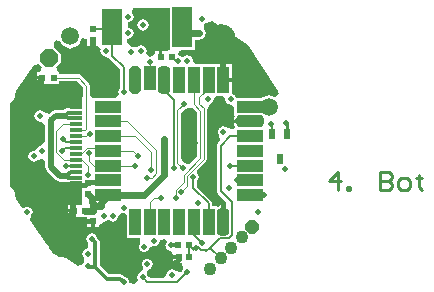
<source format=gbl>
G04 Layer_Physical_Order=4*
G04 Layer_Color=16711680*
%FSLAX24Y24*%
%MOIN*%
G70*
G01*
G75*
%ADD11R,0.0228X0.0244*%
%ADD12R,0.0244X0.0244*%
%ADD13R,0.0244X0.0244*%
%ADD17R,0.0244X0.0228*%
%ADD19R,0.0217X0.0335*%
%ADD27C,0.0049*%
%ADD28C,0.0079*%
%ADD29C,0.0059*%
%ADD30C,0.0157*%
%ADD31C,0.0098*%
%ADD32C,0.0118*%
%ADD33C,0.0197*%
%ADD34C,0.0100*%
%ADD35O,0.0866X0.0433*%
%ADD36O,0.0591X0.0315*%
%ADD37O,0.0630X0.0315*%
G04:AMPARAMS|DCode=38|XSize=59.1mil|YSize=59.1mil|CornerRadius=0mil|HoleSize=0mil|Usage=FLASHONLY|Rotation=45.000|XOffset=0mil|YOffset=0mil|HoleType=Round|Shape=Octagon|*
%AMOCTAGOND38*
4,1,8,0.0313,0.0104,0.0104,0.0313,-0.0104,0.0313,-0.0313,0.0104,-0.0313,-0.0104,-0.0104,-0.0313,0.0104,-0.0313,0.0313,-0.0104,0.0313,0.0104,0.0*
%
%ADD38OCTAGOND38*%

%ADD39C,0.0591*%
%ADD40C,0.0433*%
G04:AMPARAMS|DCode=41|XSize=43.3mil|YSize=43.3mil|CornerRadius=0mil|HoleSize=0mil|Usage=FLASHONLY|Rotation=225.000|XOffset=0mil|YOffset=0mil|HoleType=Round|Shape=Octagon|*
%AMOCTAGOND41*
4,1,8,-0.0230,-0.0077,-0.0077,-0.0230,0.0077,-0.0230,0.0230,-0.0077,0.0230,0.0077,0.0077,0.0230,-0.0077,0.0230,-0.0230,0.0077,-0.0230,-0.0077,0.0*
%
%ADD41OCTAGOND41*%

%ADD42C,0.0984*%
%ADD44C,0.0197*%
%ADD45C,0.0236*%
%ADD49R,0.0669X0.1220*%
%ADD50R,0.0669X0.1378*%
%ADD51R,0.0394X0.0118*%
%ADD52R,0.0906X0.0394*%
G04:AMPARAMS|DCode=53|XSize=90.6mil|YSize=39.4mil|CornerRadius=0mil|HoleSize=0mil|Usage=FLASHONLY|Rotation=270.000|XOffset=0mil|YOffset=0mil|HoleType=Round|Shape=Octagon|*
%AMOCTAGOND53*
4,1,8,-0.0098,-0.0453,0.0098,-0.0453,0.0197,-0.0354,0.0197,0.0354,0.0098,0.0453,-0.0098,0.0453,-0.0197,0.0354,-0.0197,-0.0354,-0.0098,-0.0453,0.0*
%
%ADD53OCTAGOND53*%

%ADD54R,0.0394X0.0787*%
G04:AMPARAMS|DCode=55|XSize=90.6mil|YSize=39.4mil|CornerRadius=9.8mil|HoleSize=0mil|Usage=FLASHONLY|Rotation=270.000|XOffset=0mil|YOffset=0mil|HoleType=Round|Shape=RoundedRectangle|*
%AMROUNDEDRECTD55*
21,1,0.0906,0.0197,0,0,270.0*
21,1,0.0709,0.0394,0,0,270.0*
1,1,0.0197,-0.0098,-0.0354*
1,1,0.0197,-0.0098,0.0354*
1,1,0.0197,0.0098,0.0354*
1,1,0.0197,0.0098,-0.0354*
%
%ADD55ROUNDEDRECTD55*%
%ADD56R,0.0394X0.0906*%
G04:AMPARAMS|DCode=57|XSize=90.6mil|YSize=39.4mil|CornerRadius=9.8mil|HoleSize=0mil|Usage=FLASHONLY|Rotation=180.000|XOffset=0mil|YOffset=0mil|HoleType=Round|Shape=RoundedRectangle|*
%AMROUNDEDRECTD57*
21,1,0.0906,0.0197,0,0,180.0*
21,1,0.0709,0.0394,0,0,180.0*
1,1,0.0197,-0.0354,0.0098*
1,1,0.0197,0.0354,0.0098*
1,1,0.0197,0.0354,-0.0098*
1,1,0.0197,-0.0354,-0.0098*
%
%ADD57ROUNDEDRECTD57*%
%ADD58C,0.0315*%
%ADD59C,0.1181*%
G36*
X-3507Y2586D02*
X-3565Y2448D01*
X-3688D01*
Y2306D01*
X-3495D01*
Y2247D01*
X-3436D01*
Y2046D01*
X-2932D01*
Y2135D01*
X-2339D01*
X-2139Y1936D01*
Y1614D01*
X-2165D01*
Y1220D01*
X-2685D01*
X-2763Y1188D01*
Y1188D01*
X-2775Y1176D01*
X-3051D01*
X-3187Y1120D01*
X-3256Y1051D01*
X-3442Y1088D01*
X-3447Y1100D01*
X-3583Y1156D01*
X-3593Y1152D01*
X-3718Y1100D01*
X-3770Y974D01*
X-3774Y965D01*
X-3718Y829D01*
X-3583Y773D01*
X-3558Y783D01*
X-3400Y678D01*
Y126D01*
X-3495Y-5D01*
X-3631Y-61D01*
X-3635Y-72D01*
X-3780Y-182D01*
X-3905Y-234D01*
X-3915Y-238D01*
X-3971Y-374D01*
X-3967Y-384D01*
X-3915Y-510D01*
X-3789Y-562D01*
X-3780Y-566D01*
X-3644Y-510D01*
X-3494Y-461D01*
X-3400Y-515D01*
Y-728D01*
X-3344Y-864D01*
X-3049Y-1159D01*
X-2913Y-1215D01*
X-2697D01*
X-2695Y-1220D01*
X-2165D01*
Y-1890D01*
X-2178Y-1902D01*
X-2188Y-1979D01*
X-2195Y-1984D01*
X-2260D01*
X-2283Y-2008D01*
X-2382D01*
Y-2185D01*
Y-2386D01*
X-2116D01*
X-2087Y-2398D01*
X-2012D01*
Y-2480D01*
X-1811D01*
Y-2539D01*
X-1752D01*
Y-2740D01*
X-1610D01*
Y-2661D01*
X-1457Y-2554D01*
X-1321Y-2498D01*
X-1289Y-2498D01*
X-1153Y-2554D01*
X-1017Y-2498D01*
X-961Y-2362D01*
X-833Y-2259D01*
X-787Y-2278D01*
X-689Y-2344D01*
Y-3091D01*
X-258D01*
X-227Y-3248D01*
X-232Y-3250D01*
X-288Y-3386D01*
X-232Y-3521D01*
X-97Y-3578D01*
X39Y-3521D01*
X91Y-3397D01*
X236Y-3381D01*
X241Y-3379D01*
X372Y-3325D01*
X428Y-3189D01*
X440Y-3171D01*
X511Y-3177D01*
X607Y-3343D01*
X605Y-3346D01*
X662Y-3482D01*
X797Y-3538D01*
X842Y-3681D01*
X1043D01*
Y-3740D01*
X1102D01*
Y-3941D01*
X1156D01*
X1191Y-4097D01*
X1142Y-4216D01*
X1097Y-4229D01*
X962Y-4195D01*
X827Y-4139D01*
X691Y-4195D01*
X635Y-4331D01*
X563Y-4439D01*
X180D01*
X34Y-4409D01*
X-5Y-4314D01*
X-3Y-4242D01*
X55Y-4145D01*
X126Y-4116D01*
X136Y-4112D01*
X192Y-3976D01*
X188Y-3966D01*
X136Y-3841D01*
X10Y-3789D01*
X0Y-3785D01*
X-135Y-3841D01*
X-191Y-3976D01*
X-187Y-3986D01*
X-152Y-4072D01*
X-155Y-4144D01*
X-212Y-4240D01*
X-293Y-4274D01*
X-349Y-4409D01*
X-310Y-4504D01*
X-396Y-4648D01*
X-571Y-4613D01*
X-596Y-4567D01*
X-652Y-4431D01*
X-755Y-4389D01*
X-800Y-4343D01*
X-906Y-4300D01*
X-906Y-4300D01*
X-1277D01*
X-1583Y-3993D01*
Y-3236D01*
X-1627Y-3131D01*
X-1627Y-3131D01*
X-1672Y-3085D01*
X-1715Y-2983D01*
X-1850Y-2926D01*
X-1986Y-2983D01*
X-2042Y-3118D01*
X-1986Y-3254D01*
X-1979Y-3427D01*
X-1984Y-3430D01*
X-2120Y-3486D01*
X-2176Y-3622D01*
X-2120Y-3758D01*
Y-3910D01*
X-2139Y-3957D01*
X-2322Y-4024D01*
X-3342Y-3342D01*
X-3913Y-2488D01*
X-3880Y-2380D01*
X-3828Y-2254D01*
X-3824Y-2244D01*
X-3880Y-2109D01*
X-3890Y-2104D01*
X-4006Y-2056D01*
X-4016Y-2052D01*
X-4151Y-2109D01*
X-4166Y-2110D01*
X-4367Y-1809D01*
X-4428Y-1501D01*
X-4437Y-1504D01*
X-4565Y-1412D01*
Y1412D01*
X-4437Y1504D01*
X-4428Y1501D01*
X-4367Y1809D01*
X-3782Y2684D01*
X-3602Y2698D01*
X-3507Y2586D01*
D02*
G37*
G36*
X3342Y3342D02*
X4367Y1809D01*
X4385Y1718D01*
X4247Y1605D01*
X4055Y1684D01*
X3769Y1566D01*
X3764Y1555D01*
X2959D01*
X2911Y1672D01*
X2815Y1711D01*
Y2106D01*
X2539D01*
Y2165D01*
X2480D01*
Y2697D01*
X1610D01*
X1530Y2816D01*
X1478Y2941D01*
X1474Y2951D01*
X1339Y3007D01*
X1329Y3003D01*
X1203Y2951D01*
X1200Y2944D01*
X1171Y2931D01*
X1035Y2987D01*
X1042Y3147D01*
X1153Y3169D01*
X1575D01*
Y3515D01*
X1732D01*
X1883Y3578D01*
X1945Y3728D01*
X1883Y3879D01*
X1882Y3880D01*
X1882Y4050D01*
X1947Y4077D01*
X1949Y4084D01*
X2144Y4143D01*
X3342Y3342D01*
D02*
G37*
G36*
X1660Y1095D02*
Y-389D01*
X1404Y-645D01*
X1317Y-628D01*
X1181Y-572D01*
X1118Y-428D01*
Y1037D01*
X1209Y1167D01*
X1344Y1223D01*
X1520Y1235D01*
X1660Y1095D01*
D02*
G37*
G36*
X2584Y1536D02*
X2640Y1400D01*
X2776Y1344D01*
X2894Y1265D01*
Y1004D01*
X2894D01*
X2915Y972D01*
X2879Y886D01*
Y847D01*
X3425D01*
Y728D01*
X2879D01*
Y689D01*
X2915Y603D01*
X2894Y571D01*
Y571D01*
X2868Y545D01*
X2695Y560D01*
X2675Y569D01*
Y569D01*
X2539Y625D01*
X2529Y621D01*
X2414Y573D01*
X2404Y569D01*
X2348Y433D01*
X2352Y423D01*
X2404Y297D01*
X2433Y153D01*
X2351Y71D01*
X2313Y-20D01*
Y-1529D01*
X2351Y-1619D01*
X2587Y-1855D01*
X2522Y-2013D01*
X2441D01*
X2355Y-2049D01*
X2323Y-2028D01*
Y-2028D01*
X2164D01*
Y-1944D01*
X2130Y-1861D01*
X1653Y-1384D01*
Y-1204D01*
X1671Y-1196D01*
X1727Y-1061D01*
X1723Y-1051D01*
X1671Y-925D01*
X1656Y-849D01*
X1969Y-536D01*
X2002Y-457D01*
Y1194D01*
X2011Y1234D01*
X2105Y1369D01*
X2171Y1396D01*
X2227Y1531D01*
X2296Y1634D01*
X2518D01*
X2584Y1536D01*
D02*
G37*
G36*
X748Y3169D02*
X603Y3140D01*
X504D01*
Y2939D01*
X386D01*
Y3140D01*
X252D01*
Y3046D01*
X94Y2941D01*
X85Y2945D01*
X79Y2948D01*
X-32Y3072D01*
X-5Y3138D01*
X-61Y3273D01*
X-197Y3330D01*
X-268Y3300D01*
X-340Y3274D01*
X-500Y3281D01*
X-551Y3302D01*
X-668Y3414D01*
X-668Y3523D01*
X-648Y3537D01*
X-512Y3593D01*
X-456Y3728D01*
X-512Y3864D01*
X-628Y3912D01*
X-648Y3970D01*
Y4038D01*
X-628Y4096D01*
X-512Y4144D01*
X-456Y4280D01*
X-512Y4415D01*
X-462Y4565D01*
X748D01*
Y3169D01*
D02*
G37*
G36*
X-2026Y3522D02*
Y3314D01*
X-1884D01*
Y3507D01*
X-1766D01*
Y3314D01*
X-1664D01*
X-1549Y3188D01*
X-1566Y3148D01*
X-1570Y3138D01*
X-1514Y3002D01*
X-1504Y2998D01*
X-1378Y2946D01*
X-1244Y2878D01*
X-905Y2538D01*
Y1913D01*
X-918Y1907D01*
X-974Y1772D01*
X-950Y1713D01*
X-1043Y1555D01*
X-1831D01*
X-1916Y1677D01*
Y1982D01*
X-1948Y2061D01*
X-1948Y2061D01*
X-2213Y2326D01*
X-2292Y2359D01*
X-2932D01*
Y2448D01*
X-2982D01*
X-3047Y2605D01*
X-2871Y2781D01*
X-2871Y3046D01*
X-3102Y3277D01*
X-3105Y3448D01*
X-3055Y3487D01*
X-2891Y3442D01*
X-2847Y3334D01*
X-2561Y3216D01*
X-2274Y3334D01*
X-2184Y3553D01*
X-2026Y3522D01*
D02*
G37*
%LPC*%
G36*
X-2500Y-2244D02*
X-2642D01*
Y-2386D01*
X-2500D01*
Y-2244D01*
D02*
G37*
G36*
X984Y-3799D02*
X843D01*
Y-3941D01*
X984D01*
Y-3799D01*
D02*
G37*
G36*
X-1870Y-2598D02*
X-2012D01*
Y-2740D01*
X-1870D01*
Y-2598D01*
D02*
G37*
G36*
X-2500Y-2008D02*
X-2642D01*
Y-2126D01*
X-2500D01*
Y-2008D01*
D02*
G37*
G36*
X-3554Y2188D02*
X-3688D01*
Y2046D01*
X-3554D01*
Y2188D01*
D02*
G37*
G36*
X2815Y2697D02*
X2598D01*
Y2224D01*
X2815D01*
Y2697D01*
D02*
G37*
G36*
X-136Y4196D02*
X-271Y4140D01*
X-328Y4004D01*
X-271Y3869D01*
X-136Y3813D01*
X-0Y3869D01*
X56Y4004D01*
X-0Y4140D01*
X-136Y4196D01*
D02*
G37*
%LPD*%
D11*
X-3125Y2247D02*
D03*
X-3495D02*
D03*
X445Y2939D02*
D03*
X815D02*
D03*
X1024Y-3346D02*
D03*
X1394D02*
D03*
D12*
X-1969Y-1280D02*
D03*
Y-1634D02*
D03*
X-1811Y-2539D02*
D03*
Y-2185D02*
D03*
D13*
X-2087D02*
D03*
X-2441D02*
D03*
X1398Y-3740D02*
D03*
X1043D02*
D03*
D17*
X-1825Y3877D02*
D03*
Y3507D02*
D03*
D19*
X4411Y-453D02*
D03*
X4667Y374D02*
D03*
X4155D02*
D03*
D27*
X290Y-943D02*
Y-172D01*
X151Y-1083D02*
X290Y-943D01*
X-20Y-1083D02*
X151D01*
X79Y2224D02*
X79Y2225D01*
Y2756D01*
X1006Y-589D02*
Y1156D01*
X1209Y1358D01*
X1006Y-589D02*
X1181Y-764D01*
X1732Y1378D02*
X1890Y1220D01*
Y-457D02*
Y1220D01*
X1327Y-1020D02*
X1890Y-457D01*
X1555Y1358D02*
X1772Y1142D01*
Y-436D02*
Y1142D01*
X1209Y-999D02*
X1772Y-436D01*
X79Y-2559D02*
Y-1911D01*
X240Y-1750D02*
X472D01*
X79Y-1911D02*
X240Y-1750D01*
X1209Y-1220D02*
Y-999D01*
X1555Y1358D02*
Y2165D01*
X1732Y1378D02*
Y1589D01*
X1327Y-1353D02*
Y-1020D01*
X1732Y1589D02*
X2047Y1904D01*
Y2165D01*
X-2292Y2247D02*
X-2028Y1982D01*
X-2087Y492D02*
X-2028Y551D01*
Y1982D01*
X-2783Y-492D02*
X-2362D01*
X-3031Y-244D02*
Y457D01*
Y-244D02*
X-2783Y-492D01*
X-1945Y-292D02*
X-1929Y-276D01*
X-1945Y-515D02*
Y-292D01*
Y-515D02*
X-1772Y-689D01*
X-1299D01*
X-1927Y395D02*
X-1915Y384D01*
X-1929Y395D02*
X-1927D01*
X-2029Y295D02*
X-1929Y395D01*
X-2362Y295D02*
X-2029D01*
X-2362Y492D02*
X-2087D01*
X-2002Y-98D02*
X-1398D01*
X-2199Y-295D02*
X-2002Y-98D01*
X-2362Y-295D02*
X-2199D01*
X-1398Y-98D02*
X-1299Y-197D01*
X-1972Y-1009D02*
Y-709D01*
X-2189Y-492D02*
X-1972Y-709D01*
X-2362Y-492D02*
X-2189D01*
X-3125Y2247D02*
X-2292D01*
X79Y-2691D02*
Y-2559D01*
X-1299Y787D02*
X-669D01*
X-394Y295D02*
X118Y-217D01*
X-1299Y295D02*
X-394D01*
X-1299Y-689D02*
X-394D01*
X-472Y-197D02*
X-315Y-354D01*
X-1299Y-197D02*
X-472D01*
X118Y-827D02*
Y-217D01*
X-669Y787D02*
X290Y-172D01*
X1125Y-1555D02*
X1327Y-1353D01*
X945Y-1484D02*
X1209Y-1220D01*
X945Y-1750D02*
Y-1484D01*
X79Y2165D02*
X179Y2065D01*
Y1948D02*
Y2065D01*
X-3031Y457D02*
X-2800Y689D01*
X-2362D01*
D28*
X1406Y-3346D02*
X1549Y-3490D01*
X1398Y-3354D02*
X1406Y-3346D01*
X1692Y-3386D02*
X1800Y-3494D01*
X1921D02*
X1970Y-3543D01*
X1800Y-3494D02*
X1921D01*
X4136Y689D02*
X4155Y669D01*
Y374D02*
Y669D01*
X2087Y-3427D02*
X2413Y-3100D01*
X1970Y-3543D02*
X2087Y-3427D01*
X2090D01*
X2442Y-3779D01*
X2825Y-2991D02*
Y-1913D01*
X2715Y-3100D02*
X2825Y-2991D01*
X2413Y-3100D02*
X2715D01*
X959Y2795D02*
X1035D01*
X815Y2939D02*
X959Y2795D01*
X2441Y-1529D02*
X2825Y-1913D01*
X3425Y-1673D02*
X3878D01*
X2756Y295D02*
X3425D01*
X2441Y-20D02*
X2756Y295D01*
X2441Y-1529D02*
Y-20D01*
X-2708Y-689D02*
X-2362D01*
X1398Y-3740D02*
Y-3354D01*
X-157Y-4409D02*
X0Y-4567D01*
X992D01*
X1327Y-4232D01*
X-2698Y98D02*
X-2362D01*
X-2816Y217D02*
X-2698Y98D01*
X-2835Y-197D02*
X-2736Y-98D01*
X-2362D01*
D29*
X903Y-771D02*
Y1491D01*
X571Y1823D02*
X903Y1491D01*
X571Y1823D02*
Y2165D01*
X1555Y-2996D02*
X1839Y-3280D01*
Y-3268D01*
X1555Y-2996D02*
Y-2559D01*
X-787Y1772D02*
Y2587D01*
X2992Y-1181D02*
X2992Y-1181D01*
X3425D01*
X2047Y-2559D02*
Y-1944D01*
X-1161Y2961D02*
X-787Y2587D01*
X-1161Y2961D02*
Y3937D01*
X-1221Y3877D02*
X-1161Y3937D01*
X-1825Y3877D02*
X-1221D01*
X2744Y-711D02*
X2766Y-689D01*
X3425D01*
X1535Y-1432D02*
X2047Y-1944D01*
X1535Y-1432D02*
Y-1061D01*
D30*
X2205Y-1605D02*
X2539Y-1940D01*
X2205Y-1605D02*
Y-236D01*
X2539Y-2559D02*
Y-1940D01*
X-3701Y1780D02*
Y2041D01*
X-3495Y2247D01*
X-2756Y-3150D02*
X-2146Y-2539D01*
X-1811D01*
X-2520Y-2245D02*
Y-1780D01*
X-2756Y-3150D02*
Y-2481D01*
X-2520Y-2245D01*
X-1362Y-1244D02*
X-1299Y-1181D01*
X-2520Y-1780D02*
X-2327D01*
X-1990Y-1244D02*
X-1362D01*
X-2069Y-1323D02*
X-1990Y-1244D01*
X-2211Y-1323D02*
X-2069D01*
X-2247Y-1360D02*
X-2211Y-1323D01*
X-2254Y-1360D02*
X-2247D01*
X1043Y-3799D02*
Y-3740D01*
X866Y-3976D02*
X1043Y-3799D01*
D31*
X4628Y735D02*
X4667Y695D01*
Y374D02*
Y695D01*
D32*
X-2697Y-1024D02*
X-2638Y-1083D01*
X-2362D01*
X-2697Y-1024D02*
X-2559Y-886D01*
X-2362D01*
X-2756Y984D02*
X-2658Y886D01*
X-2362D01*
X-2756Y984D02*
X-2658Y1083D01*
X-2362D01*
X797Y-3346D02*
X1035D01*
X-1850Y-3118D02*
X-1732Y-3236D01*
X-906Y-4449D02*
X-787Y-4567D01*
X-1732Y-4055D02*
Y-3236D01*
Y-4055D02*
X-1339Y-4449D01*
X-906D01*
X-1974Y-4055D02*
X-1732D01*
X-1984Y-4045D02*
X-1974Y-4055D01*
D33*
X-1825Y2939D02*
Y3507D01*
Y2939D02*
X-1024Y2138D01*
X-2795Y-1024D02*
X-2697D01*
X-2913D02*
X-2795D01*
X-3209Y-728D02*
X-2913Y-1024D01*
X-3209Y-39D02*
Y827D01*
Y-728D02*
Y-39D01*
X-3051Y984D02*
X-2756D01*
X-3209Y827D02*
X-3051Y984D01*
X2982Y787D02*
X3425D01*
X2539Y2165D02*
Y3445D01*
X2441Y3543D02*
X2539Y3445D01*
D34*
X6363Y-1486D02*
Y-886D01*
X6063Y-1186D01*
X6463D01*
X6663Y-1486D02*
Y-1386D01*
X6763D01*
Y-1486D01*
X6663D01*
X7762Y-886D02*
Y-1486D01*
X8062D01*
X8162Y-1386D01*
Y-1286D01*
X8062Y-1186D01*
X7762D01*
X8062D01*
X8162Y-1086D01*
Y-986D01*
X8062Y-886D01*
X7762D01*
X8462Y-1486D02*
X8662D01*
X8762Y-1386D01*
Y-1186D01*
X8662Y-1086D01*
X8462D01*
X8362Y-1186D01*
Y-1386D01*
X8462Y-1486D01*
X9062Y-986D02*
Y-1086D01*
X8962D01*
X9162D01*
X9062D01*
Y-1386D01*
X9162Y-1486D01*
D35*
X-3701Y1780D02*
D03*
Y-1780D02*
D03*
D36*
X-2520Y1780D02*
D03*
D37*
Y-1780D02*
D03*
D38*
X-3268Y2913D02*
D03*
D39*
X-2561Y3620D02*
D03*
X4055Y1280D02*
D03*
D40*
X2088Y-4132D02*
D03*
X2442Y-3779D02*
D03*
X2795Y-3425D02*
D03*
X3149Y-3072D02*
D03*
D41*
X3502Y-2718D02*
D03*
D42*
X2441Y3543D02*
D03*
D44*
X79Y2756D02*
D03*
X1209Y1358D02*
D03*
X-551Y3110D02*
D03*
X1181Y-764D02*
D03*
X903Y-771D02*
D03*
X0Y-3976D02*
D03*
X1614Y-3425D02*
D03*
X1839Y-3268D02*
D03*
X-787Y-2087D02*
D03*
X-1153Y-2362D02*
D03*
X1693Y-1917D02*
D03*
X4136Y689D02*
D03*
X2205Y-236D02*
D03*
X472Y-1750D02*
D03*
X1339Y2816D02*
D03*
X1035Y2795D02*
D03*
X551Y-3228D02*
D03*
X236Y-3189D02*
D03*
X-1929Y-276D02*
D03*
X-1915Y384D02*
D03*
X-782Y1772D02*
D03*
X-1972Y-1009D02*
D03*
X3701Y-2224D02*
D03*
X2539Y433D02*
D03*
X3878Y-1673D02*
D03*
X2992Y-1181D02*
D03*
X1732Y3728D02*
D03*
X2776Y1536D02*
D03*
X551Y217D02*
D03*
X-3495Y-197D02*
D03*
X-3780Y-374D02*
D03*
X-2795Y-1024D02*
D03*
X118Y-827D02*
D03*
X2744Y-711D02*
D03*
X2734Y-1437D02*
D03*
X-394Y-689D02*
D03*
X-315Y-354D02*
D03*
X4577Y-787D02*
D03*
X-4016Y-2244D02*
D03*
X-3898Y-748D02*
D03*
X-3965Y591D02*
D03*
X-3209Y-39D02*
D03*
X-2708Y-689D02*
D03*
X-136Y4004D02*
D03*
X-1378Y3138D02*
D03*
X4628Y735D02*
D03*
X1596Y59D02*
D03*
X2982Y787D02*
D03*
X-197Y3138D02*
D03*
X-293Y3493D02*
D03*
X-648Y3728D02*
D03*
Y4280D02*
D03*
X1811Y4213D02*
D03*
X-1024Y2138D02*
D03*
X2035Y1531D02*
D03*
X827Y-4331D02*
D03*
X-157Y-4409D02*
D03*
X-1984Y-3622D02*
D03*
X-3583Y965D02*
D03*
X866Y-3976D02*
D03*
X1327Y-4232D02*
D03*
X797Y-3346D02*
D03*
X1125Y-1555D02*
D03*
X945Y-1750D02*
D03*
X1535Y-1061D02*
D03*
X-20Y-1083D02*
D03*
X-97Y-3386D02*
D03*
X-1457Y-2362D02*
D03*
X-2816Y217D02*
D03*
X-2835Y-197D02*
D03*
X-1547Y-2028D02*
D03*
X-1850Y-3118D02*
D03*
X-787Y-4567D02*
D03*
X-1984Y-4045D02*
D03*
X-827Y-4094D02*
D03*
X-1224Y-3425D02*
D03*
X-827D02*
D03*
X-1224Y-4094D02*
D03*
D45*
X-1972Y-1634D02*
X-1850Y-1755D01*
X1370Y3728D02*
X1732D01*
X1161Y3937D02*
X1370Y3728D01*
X-2087Y-2185D02*
X-1811D01*
Y-1929D01*
X-1850Y-1890D02*
X-1811Y-1929D01*
X-1850Y-1890D02*
Y-1755D01*
X-1299Y-1673D02*
X-113D01*
X551Y-1009D01*
Y217D01*
X-1811Y-2185D02*
Y-2061D01*
X-1778Y-2028D02*
X-1547D01*
X-1811Y-2061D02*
X-1778Y-2028D01*
X-1547D02*
Y-1921D01*
X-1299Y-1673D01*
D49*
X-1161Y3937D02*
D03*
D50*
X1161D02*
D03*
D51*
X-2362Y295D02*
D03*
Y492D02*
D03*
Y689D02*
D03*
Y886D02*
D03*
Y1083D02*
D03*
Y1280D02*
D03*
Y1476D02*
D03*
Y-689D02*
D03*
Y-1476D02*
D03*
Y-1280D02*
D03*
Y-1083D02*
D03*
Y-886D02*
D03*
Y-492D02*
D03*
Y-295D02*
D03*
Y-98D02*
D03*
Y98D02*
D03*
D52*
X-1299Y-1673D02*
D03*
Y-1181D02*
D03*
Y-689D02*
D03*
X-1299Y-197D02*
D03*
X-1299Y295D02*
D03*
Y787D02*
D03*
X-1299Y1280D02*
D03*
X3425Y1280D02*
D03*
Y295D02*
D03*
X3425Y-197D02*
D03*
X3425Y-689D02*
D03*
Y-1181D02*
D03*
Y-1673D02*
D03*
D53*
X-413Y2165D02*
D03*
D54*
X79Y2224D02*
D03*
D55*
X571Y2165D02*
D03*
X2539Y-2559D02*
D03*
D56*
X1063Y2165D02*
D03*
X1555Y2165D02*
D03*
X2047D02*
D03*
X2539D02*
D03*
X2047Y-2559D02*
D03*
X1555D02*
D03*
X1063Y-2559D02*
D03*
X571D02*
D03*
X79D02*
D03*
X-413D02*
D03*
D57*
X3425Y787D02*
D03*
D58*
Y1280D02*
X3959D01*
D59*
X-2756Y-3150D02*
D03*
M02*

</source>
